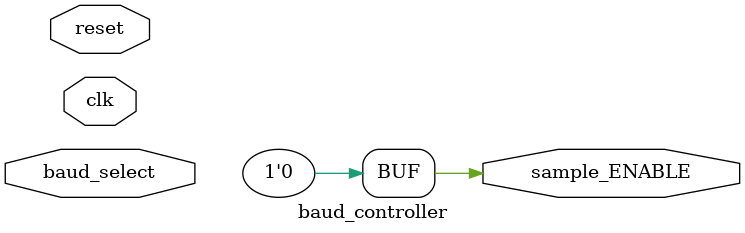
<source format=sv>
`timescale 1ns/1ps
module baud_controller (reset, clk, baud_select, sample_ENABLE);
  
  
  input clk, reset; 
  input [2:0] baud_select; 
  output reg sample_ENABLE;
  integer i=3;
  reg [31:0] sample;
  
  always @ (clk, reset, baud_select)
    begin
      
      
	  sample_ENABLE <= 0;
      if (reset)
        sample_ENABLE <= 0;
      else
      case (baud_select)
        3'b000 : sample <=  1041.667;
        3'b001 : sample <=  260.417;
        3'b010 : sample <=  65.104;
        3'b011 : sample <=  32.552;
        3'b100 : sample <=  16.276;
        3'b101 : sample <=  8.138;
        3'b110 : sample <=  5.425;
        3'b111 : sample <=  2.713;
        default : sample <= 0;
        endcase
        
    end
  
  always @ (clk)
    begin
      
   	 i <= i+1;
      if (i >= sample)
     begin
       sample_ENABLE <= 1;
       i <= 0;
     end
    end

endmodule
</source>
